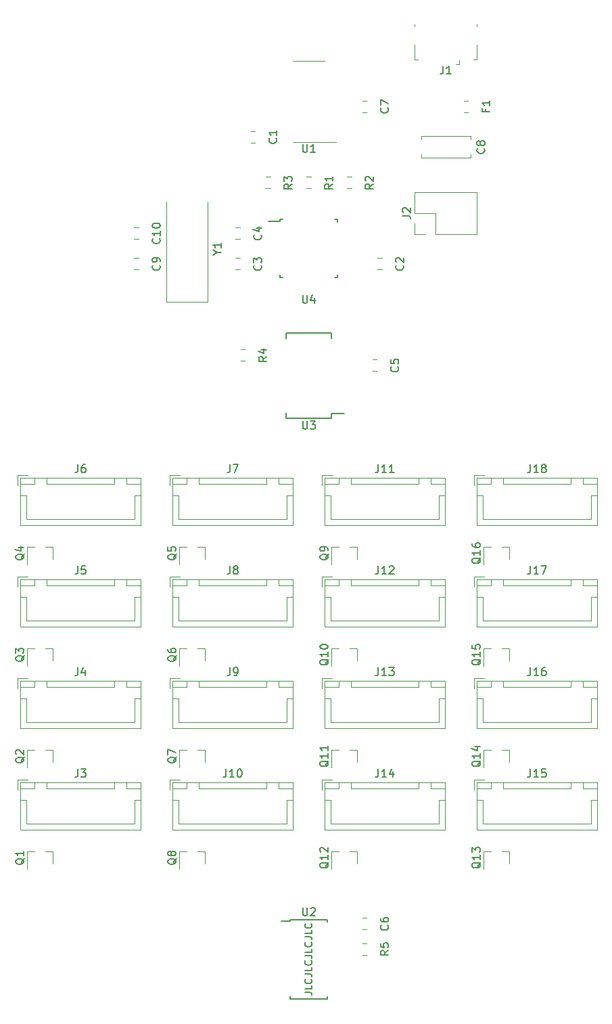
<source format=gbr>
G04 #@! TF.GenerationSoftware,KiCad,Pcbnew,(5.1.5-0-10_14)*
G04 #@! TF.CreationDate,2020-07-04T20:20:26+02:00*
G04 #@! TF.ProjectId,controller,636f6e74-726f-46c6-9c65-722e6b696361,rev?*
G04 #@! TF.SameCoordinates,Original*
G04 #@! TF.FileFunction,Legend,Top*
G04 #@! TF.FilePolarity,Positive*
%FSLAX46Y46*%
G04 Gerber Fmt 4.6, Leading zero omitted, Abs format (unit mm)*
G04 Created by KiCad (PCBNEW (5.1.5-0-10_14)) date 2020-07-04 20:20:26*
%MOMM*%
%LPD*%
G04 APERTURE LIST*
%ADD10C,0.150000*%
%ADD11C,0.120000*%
G04 APERTURE END LIST*
D10*
X129047142Y-171162142D02*
X129690000Y-171162142D01*
X129818571Y-171205000D01*
X129904285Y-171290714D01*
X129947142Y-171419285D01*
X129947142Y-171505000D01*
X129947142Y-170305000D02*
X129947142Y-170733571D01*
X129047142Y-170733571D01*
X129861428Y-169490714D02*
X129904285Y-169533571D01*
X129947142Y-169662142D01*
X129947142Y-169747857D01*
X129904285Y-169876428D01*
X129818571Y-169962142D01*
X129732857Y-170005000D01*
X129561428Y-170047857D01*
X129432857Y-170047857D01*
X129261428Y-170005000D01*
X129175714Y-169962142D01*
X129090000Y-169876428D01*
X129047142Y-169747857D01*
X129047142Y-169662142D01*
X129090000Y-169533571D01*
X129132857Y-169490714D01*
X129047142Y-168847857D02*
X129690000Y-168847857D01*
X129818571Y-168890714D01*
X129904285Y-168976428D01*
X129947142Y-169105000D01*
X129947142Y-169190714D01*
X129947142Y-167990714D02*
X129947142Y-168419285D01*
X129047142Y-168419285D01*
X129861428Y-167176428D02*
X129904285Y-167219285D01*
X129947142Y-167347857D01*
X129947142Y-167433571D01*
X129904285Y-167562142D01*
X129818571Y-167647857D01*
X129732857Y-167690714D01*
X129561428Y-167733571D01*
X129432857Y-167733571D01*
X129261428Y-167690714D01*
X129175714Y-167647857D01*
X129090000Y-167562142D01*
X129047142Y-167433571D01*
X129047142Y-167347857D01*
X129090000Y-167219285D01*
X129132857Y-167176428D01*
X129047142Y-166533571D02*
X129690000Y-166533571D01*
X129818571Y-166576428D01*
X129904285Y-166662142D01*
X129947142Y-166790714D01*
X129947142Y-166876428D01*
X129947142Y-165676428D02*
X129947142Y-166105000D01*
X129047142Y-166105000D01*
X129861428Y-164862142D02*
X129904285Y-164905000D01*
X129947142Y-165033571D01*
X129947142Y-165119285D01*
X129904285Y-165247857D01*
X129818571Y-165333571D01*
X129732857Y-165376428D01*
X129561428Y-165419285D01*
X129432857Y-165419285D01*
X129261428Y-165376428D01*
X129175714Y-165333571D01*
X129090000Y-165247857D01*
X129047142Y-165119285D01*
X129047142Y-165033571D01*
X129090000Y-164905000D01*
X129132857Y-164862142D01*
X129047142Y-164219285D02*
X129690000Y-164219285D01*
X129818571Y-164262142D01*
X129904285Y-164347857D01*
X129947142Y-164476428D01*
X129947142Y-164562142D01*
X129947142Y-163362142D02*
X129947142Y-163790714D01*
X129047142Y-163790714D01*
X129861428Y-162547857D02*
X129904285Y-162590714D01*
X129947142Y-162719285D01*
X129947142Y-162805000D01*
X129904285Y-162933571D01*
X129818571Y-163019285D01*
X129732857Y-163062142D01*
X129561428Y-163105000D01*
X129432857Y-163105000D01*
X129261428Y-163062142D01*
X129175714Y-163019285D01*
X129090000Y-162933571D01*
X129047142Y-162805000D01*
X129047142Y-162719285D01*
X129090000Y-162590714D01*
X129132857Y-162547857D01*
X125915000Y-74705000D02*
X124490000Y-74705000D01*
X133165000Y-74480000D02*
X132840000Y-74480000D01*
X133165000Y-81730000D02*
X132840000Y-81730000D01*
X125915000Y-81730000D02*
X126240000Y-81730000D01*
X125915000Y-74480000D02*
X126240000Y-74480000D01*
X125915000Y-81730000D02*
X125915000Y-81405000D01*
X133165000Y-81730000D02*
X133165000Y-81405000D01*
X133165000Y-74480000D02*
X133165000Y-74805000D01*
X125915000Y-74480000D02*
X125915000Y-74705000D01*
D11*
X134361422Y-70560000D02*
X134878578Y-70560000D01*
X134361422Y-69140000D02*
X134878578Y-69140000D01*
X129798578Y-69140000D02*
X129281422Y-69140000D01*
X129798578Y-70560000D02*
X129281422Y-70560000D01*
X148385000Y-55017500D02*
X148385000Y-54567500D01*
X148385000Y-55017500D02*
X147935000Y-55017500D01*
X142785000Y-54467500D02*
X143235000Y-54467500D01*
X142785000Y-52617500D02*
X142785000Y-54467500D01*
X150585000Y-50067500D02*
X150585000Y-50317500D01*
X142785000Y-50067500D02*
X142785000Y-50317500D01*
X150585000Y-52617500D02*
X150585000Y-54467500D01*
X150585000Y-54467500D02*
X150135000Y-54467500D01*
X136266422Y-166445000D02*
X136783578Y-166445000D01*
X136266422Y-165025000D02*
X136783578Y-165025000D01*
X136266422Y-163270000D02*
X136783578Y-163270000D01*
X136266422Y-161850000D02*
X136783578Y-161850000D01*
D10*
X127215000Y-162255000D02*
X126140000Y-162255000D01*
X127215000Y-171980000D02*
X131865000Y-171980000D01*
X127215000Y-162030000D02*
X131865000Y-162030000D01*
X127215000Y-171980000D02*
X127215000Y-171655000D01*
X131865000Y-171980000D02*
X131865000Y-171655000D01*
X131865000Y-162030000D02*
X131865000Y-162355000D01*
X127215000Y-162030000D02*
X127215000Y-162255000D01*
D11*
X154615000Y-115445000D02*
X154615000Y-116905000D01*
X151455000Y-115445000D02*
X151455000Y-117605000D01*
X151455000Y-115445000D02*
X152385000Y-115445000D01*
X154615000Y-115445000D02*
X153685000Y-115445000D01*
X154615000Y-128145000D02*
X154615000Y-129605000D01*
X151455000Y-128145000D02*
X151455000Y-130305000D01*
X151455000Y-128145000D02*
X152385000Y-128145000D01*
X154615000Y-128145000D02*
X153685000Y-128145000D01*
X154615000Y-140845000D02*
X154615000Y-142305000D01*
X151455000Y-140845000D02*
X151455000Y-143005000D01*
X151455000Y-140845000D02*
X152385000Y-140845000D01*
X154615000Y-140845000D02*
X153685000Y-140845000D01*
X154615000Y-153545000D02*
X154615000Y-155005000D01*
X151455000Y-153545000D02*
X151455000Y-155705000D01*
X151455000Y-153545000D02*
X152385000Y-153545000D01*
X154615000Y-153545000D02*
X153685000Y-153545000D01*
X135565000Y-153545000D02*
X135565000Y-155005000D01*
X132405000Y-153545000D02*
X132405000Y-155705000D01*
X132405000Y-153545000D02*
X133335000Y-153545000D01*
X135565000Y-153545000D02*
X134635000Y-153545000D01*
X135565000Y-140845000D02*
X135565000Y-142305000D01*
X132405000Y-140845000D02*
X132405000Y-143005000D01*
X132405000Y-140845000D02*
X133335000Y-140845000D01*
X135565000Y-140845000D02*
X134635000Y-140845000D01*
X135565000Y-128145000D02*
X135565000Y-129605000D01*
X132405000Y-128145000D02*
X132405000Y-130305000D01*
X132405000Y-128145000D02*
X133335000Y-128145000D01*
X135565000Y-128145000D02*
X134635000Y-128145000D01*
X135565000Y-115445000D02*
X135565000Y-116905000D01*
X132405000Y-115445000D02*
X132405000Y-117605000D01*
X132405000Y-115445000D02*
X133335000Y-115445000D01*
X135565000Y-115445000D02*
X134635000Y-115445000D01*
X116515000Y-153545000D02*
X116515000Y-155005000D01*
X113355000Y-153545000D02*
X113355000Y-155705000D01*
X113355000Y-153545000D02*
X114285000Y-153545000D01*
X116515000Y-153545000D02*
X115585000Y-153545000D01*
X116515000Y-140845000D02*
X116515000Y-142305000D01*
X113355000Y-140845000D02*
X113355000Y-143005000D01*
X113355000Y-140845000D02*
X114285000Y-140845000D01*
X116515000Y-140845000D02*
X115585000Y-140845000D01*
X116515000Y-128145000D02*
X116515000Y-129605000D01*
X113355000Y-128145000D02*
X113355000Y-130305000D01*
X113355000Y-128145000D02*
X114285000Y-128145000D01*
X116515000Y-128145000D02*
X115585000Y-128145000D01*
X116515000Y-115445000D02*
X116515000Y-116905000D01*
X113355000Y-115445000D02*
X113355000Y-117605000D01*
X113355000Y-115445000D02*
X114285000Y-115445000D01*
X116515000Y-115445000D02*
X115585000Y-115445000D01*
X97465000Y-115445000D02*
X97465000Y-116905000D01*
X94305000Y-115445000D02*
X94305000Y-117605000D01*
X94305000Y-115445000D02*
X95235000Y-115445000D01*
X97465000Y-115445000D02*
X96535000Y-115445000D01*
X97465000Y-128145000D02*
X97465000Y-129605000D01*
X94305000Y-128145000D02*
X94305000Y-130305000D01*
X94305000Y-128145000D02*
X95235000Y-128145000D01*
X97465000Y-128145000D02*
X96535000Y-128145000D01*
X97465000Y-140845000D02*
X97465000Y-142305000D01*
X94305000Y-140845000D02*
X94305000Y-143005000D01*
X94305000Y-140845000D02*
X95235000Y-140845000D01*
X97465000Y-140845000D02*
X96535000Y-140845000D01*
X150265000Y-106470000D02*
X150265000Y-107720000D01*
X151515000Y-106470000D02*
X150265000Y-106470000D01*
X164915000Y-111970000D02*
X158115000Y-111970000D01*
X164915000Y-109020000D02*
X164915000Y-111970000D01*
X165665000Y-109020000D02*
X164915000Y-109020000D01*
X151315000Y-111970000D02*
X158115000Y-111970000D01*
X151315000Y-109020000D02*
X151315000Y-111970000D01*
X150565000Y-109020000D02*
X151315000Y-109020000D01*
X165665000Y-106770000D02*
X163865000Y-106770000D01*
X165665000Y-107520000D02*
X165665000Y-106770000D01*
X163865000Y-107520000D02*
X165665000Y-107520000D01*
X163865000Y-106770000D02*
X163865000Y-107520000D01*
X152365000Y-106770000D02*
X150565000Y-106770000D01*
X152365000Y-107520000D02*
X152365000Y-106770000D01*
X150565000Y-107520000D02*
X152365000Y-107520000D01*
X150565000Y-106770000D02*
X150565000Y-107520000D01*
X162365000Y-106770000D02*
X153865000Y-106770000D01*
X162365000Y-107520000D02*
X162365000Y-106770000D01*
X153865000Y-107520000D02*
X162365000Y-107520000D01*
X153865000Y-106770000D02*
X153865000Y-107520000D01*
X165675000Y-106760000D02*
X150555000Y-106760000D01*
X165675000Y-112730000D02*
X165675000Y-106760000D01*
X150555000Y-112730000D02*
X165675000Y-112730000D01*
X150555000Y-106760000D02*
X150555000Y-112730000D01*
X150265000Y-119170000D02*
X150265000Y-120420000D01*
X151515000Y-119170000D02*
X150265000Y-119170000D01*
X164915000Y-124670000D02*
X158115000Y-124670000D01*
X164915000Y-121720000D02*
X164915000Y-124670000D01*
X165665000Y-121720000D02*
X164915000Y-121720000D01*
X151315000Y-124670000D02*
X158115000Y-124670000D01*
X151315000Y-121720000D02*
X151315000Y-124670000D01*
X150565000Y-121720000D02*
X151315000Y-121720000D01*
X165665000Y-119470000D02*
X163865000Y-119470000D01*
X165665000Y-120220000D02*
X165665000Y-119470000D01*
X163865000Y-120220000D02*
X165665000Y-120220000D01*
X163865000Y-119470000D02*
X163865000Y-120220000D01*
X152365000Y-119470000D02*
X150565000Y-119470000D01*
X152365000Y-120220000D02*
X152365000Y-119470000D01*
X150565000Y-120220000D02*
X152365000Y-120220000D01*
X150565000Y-119470000D02*
X150565000Y-120220000D01*
X162365000Y-119470000D02*
X153865000Y-119470000D01*
X162365000Y-120220000D02*
X162365000Y-119470000D01*
X153865000Y-120220000D02*
X162365000Y-120220000D01*
X153865000Y-119470000D02*
X153865000Y-120220000D01*
X165675000Y-119460000D02*
X150555000Y-119460000D01*
X165675000Y-125430000D02*
X165675000Y-119460000D01*
X150555000Y-125430000D02*
X165675000Y-125430000D01*
X150555000Y-119460000D02*
X150555000Y-125430000D01*
X150265000Y-131870000D02*
X150265000Y-133120000D01*
X151515000Y-131870000D02*
X150265000Y-131870000D01*
X164915000Y-137370000D02*
X158115000Y-137370000D01*
X164915000Y-134420000D02*
X164915000Y-137370000D01*
X165665000Y-134420000D02*
X164915000Y-134420000D01*
X151315000Y-137370000D02*
X158115000Y-137370000D01*
X151315000Y-134420000D02*
X151315000Y-137370000D01*
X150565000Y-134420000D02*
X151315000Y-134420000D01*
X165665000Y-132170000D02*
X163865000Y-132170000D01*
X165665000Y-132920000D02*
X165665000Y-132170000D01*
X163865000Y-132920000D02*
X165665000Y-132920000D01*
X163865000Y-132170000D02*
X163865000Y-132920000D01*
X152365000Y-132170000D02*
X150565000Y-132170000D01*
X152365000Y-132920000D02*
X152365000Y-132170000D01*
X150565000Y-132920000D02*
X152365000Y-132920000D01*
X150565000Y-132170000D02*
X150565000Y-132920000D01*
X162365000Y-132170000D02*
X153865000Y-132170000D01*
X162365000Y-132920000D02*
X162365000Y-132170000D01*
X153865000Y-132920000D02*
X162365000Y-132920000D01*
X153865000Y-132170000D02*
X153865000Y-132920000D01*
X165675000Y-132160000D02*
X150555000Y-132160000D01*
X165675000Y-138130000D02*
X165675000Y-132160000D01*
X150555000Y-138130000D02*
X165675000Y-138130000D01*
X150555000Y-132160000D02*
X150555000Y-138130000D01*
X150265000Y-144570000D02*
X150265000Y-145820000D01*
X151515000Y-144570000D02*
X150265000Y-144570000D01*
X164915000Y-150070000D02*
X158115000Y-150070000D01*
X164915000Y-147120000D02*
X164915000Y-150070000D01*
X165665000Y-147120000D02*
X164915000Y-147120000D01*
X151315000Y-150070000D02*
X158115000Y-150070000D01*
X151315000Y-147120000D02*
X151315000Y-150070000D01*
X150565000Y-147120000D02*
X151315000Y-147120000D01*
X165665000Y-144870000D02*
X163865000Y-144870000D01*
X165665000Y-145620000D02*
X165665000Y-144870000D01*
X163865000Y-145620000D02*
X165665000Y-145620000D01*
X163865000Y-144870000D02*
X163865000Y-145620000D01*
X152365000Y-144870000D02*
X150565000Y-144870000D01*
X152365000Y-145620000D02*
X152365000Y-144870000D01*
X150565000Y-145620000D02*
X152365000Y-145620000D01*
X150565000Y-144870000D02*
X150565000Y-145620000D01*
X162365000Y-144870000D02*
X153865000Y-144870000D01*
X162365000Y-145620000D02*
X162365000Y-144870000D01*
X153865000Y-145620000D02*
X162365000Y-145620000D01*
X153865000Y-144870000D02*
X153865000Y-145620000D01*
X165675000Y-144860000D02*
X150555000Y-144860000D01*
X165675000Y-150830000D02*
X165675000Y-144860000D01*
X150555000Y-150830000D02*
X165675000Y-150830000D01*
X150555000Y-144860000D02*
X150555000Y-150830000D01*
X131215000Y-144570000D02*
X131215000Y-145820000D01*
X132465000Y-144570000D02*
X131215000Y-144570000D01*
X145865000Y-150070000D02*
X139065000Y-150070000D01*
X145865000Y-147120000D02*
X145865000Y-150070000D01*
X146615000Y-147120000D02*
X145865000Y-147120000D01*
X132265000Y-150070000D02*
X139065000Y-150070000D01*
X132265000Y-147120000D02*
X132265000Y-150070000D01*
X131515000Y-147120000D02*
X132265000Y-147120000D01*
X146615000Y-144870000D02*
X144815000Y-144870000D01*
X146615000Y-145620000D02*
X146615000Y-144870000D01*
X144815000Y-145620000D02*
X146615000Y-145620000D01*
X144815000Y-144870000D02*
X144815000Y-145620000D01*
X133315000Y-144870000D02*
X131515000Y-144870000D01*
X133315000Y-145620000D02*
X133315000Y-144870000D01*
X131515000Y-145620000D02*
X133315000Y-145620000D01*
X131515000Y-144870000D02*
X131515000Y-145620000D01*
X143315000Y-144870000D02*
X134815000Y-144870000D01*
X143315000Y-145620000D02*
X143315000Y-144870000D01*
X134815000Y-145620000D02*
X143315000Y-145620000D01*
X134815000Y-144870000D02*
X134815000Y-145620000D01*
X146625000Y-144860000D02*
X131505000Y-144860000D01*
X146625000Y-150830000D02*
X146625000Y-144860000D01*
X131505000Y-150830000D02*
X146625000Y-150830000D01*
X131505000Y-144860000D02*
X131505000Y-150830000D01*
X131215000Y-131870000D02*
X131215000Y-133120000D01*
X132465000Y-131870000D02*
X131215000Y-131870000D01*
X145865000Y-137370000D02*
X139065000Y-137370000D01*
X145865000Y-134420000D02*
X145865000Y-137370000D01*
X146615000Y-134420000D02*
X145865000Y-134420000D01*
X132265000Y-137370000D02*
X139065000Y-137370000D01*
X132265000Y-134420000D02*
X132265000Y-137370000D01*
X131515000Y-134420000D02*
X132265000Y-134420000D01*
X146615000Y-132170000D02*
X144815000Y-132170000D01*
X146615000Y-132920000D02*
X146615000Y-132170000D01*
X144815000Y-132920000D02*
X146615000Y-132920000D01*
X144815000Y-132170000D02*
X144815000Y-132920000D01*
X133315000Y-132170000D02*
X131515000Y-132170000D01*
X133315000Y-132920000D02*
X133315000Y-132170000D01*
X131515000Y-132920000D02*
X133315000Y-132920000D01*
X131515000Y-132170000D02*
X131515000Y-132920000D01*
X143315000Y-132170000D02*
X134815000Y-132170000D01*
X143315000Y-132920000D02*
X143315000Y-132170000D01*
X134815000Y-132920000D02*
X143315000Y-132920000D01*
X134815000Y-132170000D02*
X134815000Y-132920000D01*
X146625000Y-132160000D02*
X131505000Y-132160000D01*
X146625000Y-138130000D02*
X146625000Y-132160000D01*
X131505000Y-138130000D02*
X146625000Y-138130000D01*
X131505000Y-132160000D02*
X131505000Y-138130000D01*
X131215000Y-119170000D02*
X131215000Y-120420000D01*
X132465000Y-119170000D02*
X131215000Y-119170000D01*
X145865000Y-124670000D02*
X139065000Y-124670000D01*
X145865000Y-121720000D02*
X145865000Y-124670000D01*
X146615000Y-121720000D02*
X145865000Y-121720000D01*
X132265000Y-124670000D02*
X139065000Y-124670000D01*
X132265000Y-121720000D02*
X132265000Y-124670000D01*
X131515000Y-121720000D02*
X132265000Y-121720000D01*
X146615000Y-119470000D02*
X144815000Y-119470000D01*
X146615000Y-120220000D02*
X146615000Y-119470000D01*
X144815000Y-120220000D02*
X146615000Y-120220000D01*
X144815000Y-119470000D02*
X144815000Y-120220000D01*
X133315000Y-119470000D02*
X131515000Y-119470000D01*
X133315000Y-120220000D02*
X133315000Y-119470000D01*
X131515000Y-120220000D02*
X133315000Y-120220000D01*
X131515000Y-119470000D02*
X131515000Y-120220000D01*
X143315000Y-119470000D02*
X134815000Y-119470000D01*
X143315000Y-120220000D02*
X143315000Y-119470000D01*
X134815000Y-120220000D02*
X143315000Y-120220000D01*
X134815000Y-119470000D02*
X134815000Y-120220000D01*
X146625000Y-119460000D02*
X131505000Y-119460000D01*
X146625000Y-125430000D02*
X146625000Y-119460000D01*
X131505000Y-125430000D02*
X146625000Y-125430000D01*
X131505000Y-119460000D02*
X131505000Y-125430000D01*
X131215000Y-106470000D02*
X131215000Y-107720000D01*
X132465000Y-106470000D02*
X131215000Y-106470000D01*
X145865000Y-111970000D02*
X139065000Y-111970000D01*
X145865000Y-109020000D02*
X145865000Y-111970000D01*
X146615000Y-109020000D02*
X145865000Y-109020000D01*
X132265000Y-111970000D02*
X139065000Y-111970000D01*
X132265000Y-109020000D02*
X132265000Y-111970000D01*
X131515000Y-109020000D02*
X132265000Y-109020000D01*
X146615000Y-106770000D02*
X144815000Y-106770000D01*
X146615000Y-107520000D02*
X146615000Y-106770000D01*
X144815000Y-107520000D02*
X146615000Y-107520000D01*
X144815000Y-106770000D02*
X144815000Y-107520000D01*
X133315000Y-106770000D02*
X131515000Y-106770000D01*
X133315000Y-107520000D02*
X133315000Y-106770000D01*
X131515000Y-107520000D02*
X133315000Y-107520000D01*
X131515000Y-106770000D02*
X131515000Y-107520000D01*
X143315000Y-106770000D02*
X134815000Y-106770000D01*
X143315000Y-107520000D02*
X143315000Y-106770000D01*
X134815000Y-107520000D02*
X143315000Y-107520000D01*
X134815000Y-106770000D02*
X134815000Y-107520000D01*
X146625000Y-106760000D02*
X131505000Y-106760000D01*
X146625000Y-112730000D02*
X146625000Y-106760000D01*
X131505000Y-112730000D02*
X146625000Y-112730000D01*
X131505000Y-106760000D02*
X131505000Y-112730000D01*
X112165000Y-144570000D02*
X112165000Y-145820000D01*
X113415000Y-144570000D02*
X112165000Y-144570000D01*
X126815000Y-150070000D02*
X120015000Y-150070000D01*
X126815000Y-147120000D02*
X126815000Y-150070000D01*
X127565000Y-147120000D02*
X126815000Y-147120000D01*
X113215000Y-150070000D02*
X120015000Y-150070000D01*
X113215000Y-147120000D02*
X113215000Y-150070000D01*
X112465000Y-147120000D02*
X113215000Y-147120000D01*
X127565000Y-144870000D02*
X125765000Y-144870000D01*
X127565000Y-145620000D02*
X127565000Y-144870000D01*
X125765000Y-145620000D02*
X127565000Y-145620000D01*
X125765000Y-144870000D02*
X125765000Y-145620000D01*
X114265000Y-144870000D02*
X112465000Y-144870000D01*
X114265000Y-145620000D02*
X114265000Y-144870000D01*
X112465000Y-145620000D02*
X114265000Y-145620000D01*
X112465000Y-144870000D02*
X112465000Y-145620000D01*
X124265000Y-144870000D02*
X115765000Y-144870000D01*
X124265000Y-145620000D02*
X124265000Y-144870000D01*
X115765000Y-145620000D02*
X124265000Y-145620000D01*
X115765000Y-144870000D02*
X115765000Y-145620000D01*
X127575000Y-144860000D02*
X112455000Y-144860000D01*
X127575000Y-150830000D02*
X127575000Y-144860000D01*
X112455000Y-150830000D02*
X127575000Y-150830000D01*
X112455000Y-144860000D02*
X112455000Y-150830000D01*
X112165000Y-131870000D02*
X112165000Y-133120000D01*
X113415000Y-131870000D02*
X112165000Y-131870000D01*
X126815000Y-137370000D02*
X120015000Y-137370000D01*
X126815000Y-134420000D02*
X126815000Y-137370000D01*
X127565000Y-134420000D02*
X126815000Y-134420000D01*
X113215000Y-137370000D02*
X120015000Y-137370000D01*
X113215000Y-134420000D02*
X113215000Y-137370000D01*
X112465000Y-134420000D02*
X113215000Y-134420000D01*
X127565000Y-132170000D02*
X125765000Y-132170000D01*
X127565000Y-132920000D02*
X127565000Y-132170000D01*
X125765000Y-132920000D02*
X127565000Y-132920000D01*
X125765000Y-132170000D02*
X125765000Y-132920000D01*
X114265000Y-132170000D02*
X112465000Y-132170000D01*
X114265000Y-132920000D02*
X114265000Y-132170000D01*
X112465000Y-132920000D02*
X114265000Y-132920000D01*
X112465000Y-132170000D02*
X112465000Y-132920000D01*
X124265000Y-132170000D02*
X115765000Y-132170000D01*
X124265000Y-132920000D02*
X124265000Y-132170000D01*
X115765000Y-132920000D02*
X124265000Y-132920000D01*
X115765000Y-132170000D02*
X115765000Y-132920000D01*
X127575000Y-132160000D02*
X112455000Y-132160000D01*
X127575000Y-138130000D02*
X127575000Y-132160000D01*
X112455000Y-138130000D02*
X127575000Y-138130000D01*
X112455000Y-132160000D02*
X112455000Y-138130000D01*
X112165000Y-119170000D02*
X112165000Y-120420000D01*
X113415000Y-119170000D02*
X112165000Y-119170000D01*
X126815000Y-124670000D02*
X120015000Y-124670000D01*
X126815000Y-121720000D02*
X126815000Y-124670000D01*
X127565000Y-121720000D02*
X126815000Y-121720000D01*
X113215000Y-124670000D02*
X120015000Y-124670000D01*
X113215000Y-121720000D02*
X113215000Y-124670000D01*
X112465000Y-121720000D02*
X113215000Y-121720000D01*
X127565000Y-119470000D02*
X125765000Y-119470000D01*
X127565000Y-120220000D02*
X127565000Y-119470000D01*
X125765000Y-120220000D02*
X127565000Y-120220000D01*
X125765000Y-119470000D02*
X125765000Y-120220000D01*
X114265000Y-119470000D02*
X112465000Y-119470000D01*
X114265000Y-120220000D02*
X114265000Y-119470000D01*
X112465000Y-120220000D02*
X114265000Y-120220000D01*
X112465000Y-119470000D02*
X112465000Y-120220000D01*
X124265000Y-119470000D02*
X115765000Y-119470000D01*
X124265000Y-120220000D02*
X124265000Y-119470000D01*
X115765000Y-120220000D02*
X124265000Y-120220000D01*
X115765000Y-119470000D02*
X115765000Y-120220000D01*
X127575000Y-119460000D02*
X112455000Y-119460000D01*
X127575000Y-125430000D02*
X127575000Y-119460000D01*
X112455000Y-125430000D02*
X127575000Y-125430000D01*
X112455000Y-119460000D02*
X112455000Y-125430000D01*
X112165000Y-106470000D02*
X112165000Y-107720000D01*
X113415000Y-106470000D02*
X112165000Y-106470000D01*
X126815000Y-111970000D02*
X120015000Y-111970000D01*
X126815000Y-109020000D02*
X126815000Y-111970000D01*
X127565000Y-109020000D02*
X126815000Y-109020000D01*
X113215000Y-111970000D02*
X120015000Y-111970000D01*
X113215000Y-109020000D02*
X113215000Y-111970000D01*
X112465000Y-109020000D02*
X113215000Y-109020000D01*
X127565000Y-106770000D02*
X125765000Y-106770000D01*
X127565000Y-107520000D02*
X127565000Y-106770000D01*
X125765000Y-107520000D02*
X127565000Y-107520000D01*
X125765000Y-106770000D02*
X125765000Y-107520000D01*
X114265000Y-106770000D02*
X112465000Y-106770000D01*
X114265000Y-107520000D02*
X114265000Y-106770000D01*
X112465000Y-107520000D02*
X114265000Y-107520000D01*
X112465000Y-106770000D02*
X112465000Y-107520000D01*
X124265000Y-106770000D02*
X115765000Y-106770000D01*
X124265000Y-107520000D02*
X124265000Y-106770000D01*
X115765000Y-107520000D02*
X124265000Y-107520000D01*
X115765000Y-106770000D02*
X115765000Y-107520000D01*
X127575000Y-106760000D02*
X112455000Y-106760000D01*
X127575000Y-112730000D02*
X127575000Y-106760000D01*
X112455000Y-112730000D02*
X127575000Y-112730000D01*
X112455000Y-106760000D02*
X112455000Y-112730000D01*
X93115000Y-106470000D02*
X93115000Y-107720000D01*
X94365000Y-106470000D02*
X93115000Y-106470000D01*
X107765000Y-111970000D02*
X100965000Y-111970000D01*
X107765000Y-109020000D02*
X107765000Y-111970000D01*
X108515000Y-109020000D02*
X107765000Y-109020000D01*
X94165000Y-111970000D02*
X100965000Y-111970000D01*
X94165000Y-109020000D02*
X94165000Y-111970000D01*
X93415000Y-109020000D02*
X94165000Y-109020000D01*
X108515000Y-106770000D02*
X106715000Y-106770000D01*
X108515000Y-107520000D02*
X108515000Y-106770000D01*
X106715000Y-107520000D02*
X108515000Y-107520000D01*
X106715000Y-106770000D02*
X106715000Y-107520000D01*
X95215000Y-106770000D02*
X93415000Y-106770000D01*
X95215000Y-107520000D02*
X95215000Y-106770000D01*
X93415000Y-107520000D02*
X95215000Y-107520000D01*
X93415000Y-106770000D02*
X93415000Y-107520000D01*
X105215000Y-106770000D02*
X96715000Y-106770000D01*
X105215000Y-107520000D02*
X105215000Y-106770000D01*
X96715000Y-107520000D02*
X105215000Y-107520000D01*
X96715000Y-106770000D02*
X96715000Y-107520000D01*
X108525000Y-106760000D02*
X93405000Y-106760000D01*
X108525000Y-112730000D02*
X108525000Y-106760000D01*
X93405000Y-112730000D02*
X108525000Y-112730000D01*
X93405000Y-106760000D02*
X93405000Y-112730000D01*
X93115000Y-119170000D02*
X93115000Y-120420000D01*
X94365000Y-119170000D02*
X93115000Y-119170000D01*
X107765000Y-124670000D02*
X100965000Y-124670000D01*
X107765000Y-121720000D02*
X107765000Y-124670000D01*
X108515000Y-121720000D02*
X107765000Y-121720000D01*
X94165000Y-124670000D02*
X100965000Y-124670000D01*
X94165000Y-121720000D02*
X94165000Y-124670000D01*
X93415000Y-121720000D02*
X94165000Y-121720000D01*
X108515000Y-119470000D02*
X106715000Y-119470000D01*
X108515000Y-120220000D02*
X108515000Y-119470000D01*
X106715000Y-120220000D02*
X108515000Y-120220000D01*
X106715000Y-119470000D02*
X106715000Y-120220000D01*
X95215000Y-119470000D02*
X93415000Y-119470000D01*
X95215000Y-120220000D02*
X95215000Y-119470000D01*
X93415000Y-120220000D02*
X95215000Y-120220000D01*
X93415000Y-119470000D02*
X93415000Y-120220000D01*
X105215000Y-119470000D02*
X96715000Y-119470000D01*
X105215000Y-120220000D02*
X105215000Y-119470000D01*
X96715000Y-120220000D02*
X105215000Y-120220000D01*
X96715000Y-119470000D02*
X96715000Y-120220000D01*
X108525000Y-119460000D02*
X93405000Y-119460000D01*
X108525000Y-125430000D02*
X108525000Y-119460000D01*
X93405000Y-125430000D02*
X108525000Y-125430000D01*
X93405000Y-119460000D02*
X93405000Y-125430000D01*
X93115000Y-131870000D02*
X93115000Y-133120000D01*
X94365000Y-131870000D02*
X93115000Y-131870000D01*
X107765000Y-137370000D02*
X100965000Y-137370000D01*
X107765000Y-134420000D02*
X107765000Y-137370000D01*
X108515000Y-134420000D02*
X107765000Y-134420000D01*
X94165000Y-137370000D02*
X100965000Y-137370000D01*
X94165000Y-134420000D02*
X94165000Y-137370000D01*
X93415000Y-134420000D02*
X94165000Y-134420000D01*
X108515000Y-132170000D02*
X106715000Y-132170000D01*
X108515000Y-132920000D02*
X108515000Y-132170000D01*
X106715000Y-132920000D02*
X108515000Y-132920000D01*
X106715000Y-132170000D02*
X106715000Y-132920000D01*
X95215000Y-132170000D02*
X93415000Y-132170000D01*
X95215000Y-132920000D02*
X95215000Y-132170000D01*
X93415000Y-132920000D02*
X95215000Y-132920000D01*
X93415000Y-132170000D02*
X93415000Y-132920000D01*
X105215000Y-132170000D02*
X96715000Y-132170000D01*
X105215000Y-132920000D02*
X105215000Y-132170000D01*
X96715000Y-132920000D02*
X105215000Y-132920000D01*
X96715000Y-132170000D02*
X96715000Y-132920000D01*
X108525000Y-132160000D02*
X93405000Y-132160000D01*
X108525000Y-138130000D02*
X108525000Y-132160000D01*
X93405000Y-138130000D02*
X108525000Y-138130000D01*
X93405000Y-132160000D02*
X93405000Y-138130000D01*
X93115000Y-144570000D02*
X93115000Y-145820000D01*
X94365000Y-144570000D02*
X93115000Y-144570000D01*
X107765000Y-150070000D02*
X100965000Y-150070000D01*
X107765000Y-147120000D02*
X107765000Y-150070000D01*
X108515000Y-147120000D02*
X107765000Y-147120000D01*
X94165000Y-150070000D02*
X100965000Y-150070000D01*
X94165000Y-147120000D02*
X94165000Y-150070000D01*
X93415000Y-147120000D02*
X94165000Y-147120000D01*
X108515000Y-144870000D02*
X106715000Y-144870000D01*
X108515000Y-145620000D02*
X108515000Y-144870000D01*
X106715000Y-145620000D02*
X108515000Y-145620000D01*
X106715000Y-144870000D02*
X106715000Y-145620000D01*
X95215000Y-144870000D02*
X93415000Y-144870000D01*
X95215000Y-145620000D02*
X95215000Y-144870000D01*
X93415000Y-145620000D02*
X95215000Y-145620000D01*
X93415000Y-144870000D02*
X93415000Y-145620000D01*
X105215000Y-144870000D02*
X96715000Y-144870000D01*
X105215000Y-145620000D02*
X105215000Y-144870000D01*
X96715000Y-145620000D02*
X105215000Y-145620000D01*
X96715000Y-144870000D02*
X96715000Y-145620000D01*
X108525000Y-144860000D02*
X93405000Y-144860000D01*
X108525000Y-150830000D02*
X108525000Y-144860000D01*
X93405000Y-150830000D02*
X108525000Y-150830000D01*
X93405000Y-144860000D02*
X93405000Y-150830000D01*
X108208578Y-79300000D02*
X107691422Y-79300000D01*
X108208578Y-80720000D02*
X107691422Y-80720000D01*
X108208578Y-75490000D02*
X107691422Y-75490000D01*
X108208578Y-76910000D02*
X107691422Y-76910000D01*
X116850000Y-84805000D02*
X116850000Y-72205000D01*
X111750000Y-84805000D02*
X116850000Y-84805000D01*
X111750000Y-72205000D02*
X111750000Y-84805000D01*
D10*
X132415000Y-98730000D02*
X134015000Y-98730000D01*
X132415000Y-88655000D02*
X126665000Y-88655000D01*
X132415000Y-99305000D02*
X126665000Y-99305000D01*
X132415000Y-88655000D02*
X132415000Y-89305000D01*
X126665000Y-88655000D02*
X126665000Y-89305000D01*
X126665000Y-99305000D02*
X126665000Y-98655000D01*
X132415000Y-99305000D02*
X132415000Y-98730000D01*
D11*
X129540000Y-64750000D02*
X132990000Y-64750000D01*
X129540000Y-64750000D02*
X127590000Y-64750000D01*
X129540000Y-54630000D02*
X131490000Y-54630000D01*
X129540000Y-54630000D02*
X127590000Y-54630000D01*
X121026422Y-92150000D02*
X121543578Y-92150000D01*
X121026422Y-90730000D02*
X121543578Y-90730000D01*
X124718578Y-69140000D02*
X124201422Y-69140000D01*
X124718578Y-70560000D02*
X124201422Y-70560000D01*
X97465000Y-153545000D02*
X97465000Y-155005000D01*
X94305000Y-153545000D02*
X94305000Y-155705000D01*
X94305000Y-153545000D02*
X95235000Y-153545000D01*
X97465000Y-153545000D02*
X96535000Y-153545000D01*
X142815000Y-76260000D02*
X142815000Y-74930000D01*
X144145000Y-76260000D02*
X142815000Y-76260000D01*
X142815000Y-73660000D02*
X142815000Y-71060000D01*
X145415000Y-73660000D02*
X142815000Y-73660000D01*
X145415000Y-76260000D02*
X145415000Y-73660000D01*
X142815000Y-71060000D02*
X150555000Y-71060000D01*
X145415000Y-76260000D02*
X150555000Y-76260000D01*
X150555000Y-76260000D02*
X150555000Y-71060000D01*
X148966422Y-61035000D02*
X149483578Y-61035000D01*
X148966422Y-59615000D02*
X149483578Y-59615000D01*
X143605000Y-64480000D02*
X143605000Y-64035000D01*
X143605000Y-66775000D02*
X143605000Y-66330000D01*
X149845000Y-64480000D02*
X149845000Y-64035000D01*
X149845000Y-66775000D02*
X149845000Y-66330000D01*
X149845000Y-64035000D02*
X143605000Y-64035000D01*
X149845000Y-66775000D02*
X143605000Y-66775000D01*
X136783578Y-59615000D02*
X136266422Y-59615000D01*
X136783578Y-61035000D02*
X136266422Y-61035000D01*
X137536422Y-93420000D02*
X138053578Y-93420000D01*
X137536422Y-92000000D02*
X138053578Y-92000000D01*
X120908578Y-75490000D02*
X120391422Y-75490000D01*
X120908578Y-76910000D02*
X120391422Y-76910000D01*
X120908578Y-79300000D02*
X120391422Y-79300000D01*
X120908578Y-80720000D02*
X120391422Y-80720000D01*
X138171422Y-80720000D02*
X138688578Y-80720000D01*
X138171422Y-79300000D02*
X138688578Y-79300000D01*
X122813578Y-63425000D02*
X122296422Y-63425000D01*
X122813578Y-64845000D02*
X122296422Y-64845000D01*
D10*
X128778095Y-83907380D02*
X128778095Y-84716904D01*
X128825714Y-84812142D01*
X128873333Y-84859761D01*
X128968571Y-84907380D01*
X129159047Y-84907380D01*
X129254285Y-84859761D01*
X129301904Y-84812142D01*
X129349523Y-84716904D01*
X129349523Y-83907380D01*
X130254285Y-84240714D02*
X130254285Y-84907380D01*
X130016190Y-83859761D02*
X129778095Y-84574047D01*
X130397142Y-84574047D01*
X137612380Y-70016666D02*
X137136190Y-70350000D01*
X137612380Y-70588095D02*
X136612380Y-70588095D01*
X136612380Y-70207142D01*
X136660000Y-70111904D01*
X136707619Y-70064285D01*
X136802857Y-70016666D01*
X136945714Y-70016666D01*
X137040952Y-70064285D01*
X137088571Y-70111904D01*
X137136190Y-70207142D01*
X137136190Y-70588095D01*
X136707619Y-69635714D02*
X136660000Y-69588095D01*
X136612380Y-69492857D01*
X136612380Y-69254761D01*
X136660000Y-69159523D01*
X136707619Y-69111904D01*
X136802857Y-69064285D01*
X136898095Y-69064285D01*
X137040952Y-69111904D01*
X137612380Y-69683333D01*
X137612380Y-69064285D01*
X132532380Y-70016666D02*
X132056190Y-70350000D01*
X132532380Y-70588095D02*
X131532380Y-70588095D01*
X131532380Y-70207142D01*
X131580000Y-70111904D01*
X131627619Y-70064285D01*
X131722857Y-70016666D01*
X131865714Y-70016666D01*
X131960952Y-70064285D01*
X132008571Y-70111904D01*
X132056190Y-70207142D01*
X132056190Y-70588095D01*
X132532380Y-69064285D02*
X132532380Y-69635714D01*
X132532380Y-69350000D02*
X131532380Y-69350000D01*
X131675238Y-69445238D01*
X131770476Y-69540476D01*
X131818095Y-69635714D01*
X146351666Y-55269880D02*
X146351666Y-55984166D01*
X146304047Y-56127023D01*
X146208809Y-56222261D01*
X146065952Y-56269880D01*
X145970714Y-56269880D01*
X147351666Y-56269880D02*
X146780238Y-56269880D01*
X147065952Y-56269880D02*
X147065952Y-55269880D01*
X146970714Y-55412738D01*
X146875476Y-55507976D01*
X146780238Y-55555595D01*
X139517380Y-165901666D02*
X139041190Y-166235000D01*
X139517380Y-166473095D02*
X138517380Y-166473095D01*
X138517380Y-166092142D01*
X138565000Y-165996904D01*
X138612619Y-165949285D01*
X138707857Y-165901666D01*
X138850714Y-165901666D01*
X138945952Y-165949285D01*
X138993571Y-165996904D01*
X139041190Y-166092142D01*
X139041190Y-166473095D01*
X138517380Y-164996904D02*
X138517380Y-165473095D01*
X138993571Y-165520714D01*
X138945952Y-165473095D01*
X138898333Y-165377857D01*
X138898333Y-165139761D01*
X138945952Y-165044523D01*
X138993571Y-164996904D01*
X139088809Y-164949285D01*
X139326904Y-164949285D01*
X139422142Y-164996904D01*
X139469761Y-165044523D01*
X139517380Y-165139761D01*
X139517380Y-165377857D01*
X139469761Y-165473095D01*
X139422142Y-165520714D01*
X139422142Y-162726666D02*
X139469761Y-162774285D01*
X139517380Y-162917142D01*
X139517380Y-163012380D01*
X139469761Y-163155238D01*
X139374523Y-163250476D01*
X139279285Y-163298095D01*
X139088809Y-163345714D01*
X138945952Y-163345714D01*
X138755476Y-163298095D01*
X138660238Y-163250476D01*
X138565000Y-163155238D01*
X138517380Y-163012380D01*
X138517380Y-162917142D01*
X138565000Y-162774285D01*
X138612619Y-162726666D01*
X138517380Y-161869523D02*
X138517380Y-162060000D01*
X138565000Y-162155238D01*
X138612619Y-162202857D01*
X138755476Y-162298095D01*
X138945952Y-162345714D01*
X139326904Y-162345714D01*
X139422142Y-162298095D01*
X139469761Y-162250476D01*
X139517380Y-162155238D01*
X139517380Y-161964761D01*
X139469761Y-161869523D01*
X139422142Y-161821904D01*
X139326904Y-161774285D01*
X139088809Y-161774285D01*
X138993571Y-161821904D01*
X138945952Y-161869523D01*
X138898333Y-161964761D01*
X138898333Y-162155238D01*
X138945952Y-162250476D01*
X138993571Y-162298095D01*
X139088809Y-162345714D01*
X128778095Y-160557380D02*
X128778095Y-161366904D01*
X128825714Y-161462142D01*
X128873333Y-161509761D01*
X128968571Y-161557380D01*
X129159047Y-161557380D01*
X129254285Y-161509761D01*
X129301904Y-161462142D01*
X129349523Y-161366904D01*
X129349523Y-160557380D01*
X129778095Y-160652619D02*
X129825714Y-160605000D01*
X129920952Y-160557380D01*
X130159047Y-160557380D01*
X130254285Y-160605000D01*
X130301904Y-160652619D01*
X130349523Y-160747857D01*
X130349523Y-160843095D01*
X130301904Y-160985952D01*
X129730476Y-161557380D01*
X130349523Y-161557380D01*
X151082619Y-116776428D02*
X151035000Y-116871666D01*
X150939761Y-116966904D01*
X150796904Y-117109761D01*
X150749285Y-117205000D01*
X150749285Y-117300238D01*
X150987380Y-117252619D02*
X150939761Y-117347857D01*
X150844523Y-117443095D01*
X150654047Y-117490714D01*
X150320714Y-117490714D01*
X150130238Y-117443095D01*
X150035000Y-117347857D01*
X149987380Y-117252619D01*
X149987380Y-117062142D01*
X150035000Y-116966904D01*
X150130238Y-116871666D01*
X150320714Y-116824047D01*
X150654047Y-116824047D01*
X150844523Y-116871666D01*
X150939761Y-116966904D01*
X150987380Y-117062142D01*
X150987380Y-117252619D01*
X150987380Y-115871666D02*
X150987380Y-116443095D01*
X150987380Y-116157380D02*
X149987380Y-116157380D01*
X150130238Y-116252619D01*
X150225476Y-116347857D01*
X150273095Y-116443095D01*
X149987380Y-115014523D02*
X149987380Y-115205000D01*
X150035000Y-115300238D01*
X150082619Y-115347857D01*
X150225476Y-115443095D01*
X150415952Y-115490714D01*
X150796904Y-115490714D01*
X150892142Y-115443095D01*
X150939761Y-115395476D01*
X150987380Y-115300238D01*
X150987380Y-115109761D01*
X150939761Y-115014523D01*
X150892142Y-114966904D01*
X150796904Y-114919285D01*
X150558809Y-114919285D01*
X150463571Y-114966904D01*
X150415952Y-115014523D01*
X150368333Y-115109761D01*
X150368333Y-115300238D01*
X150415952Y-115395476D01*
X150463571Y-115443095D01*
X150558809Y-115490714D01*
X151082619Y-129476428D02*
X151035000Y-129571666D01*
X150939761Y-129666904D01*
X150796904Y-129809761D01*
X150749285Y-129905000D01*
X150749285Y-130000238D01*
X150987380Y-129952619D02*
X150939761Y-130047857D01*
X150844523Y-130143095D01*
X150654047Y-130190714D01*
X150320714Y-130190714D01*
X150130238Y-130143095D01*
X150035000Y-130047857D01*
X149987380Y-129952619D01*
X149987380Y-129762142D01*
X150035000Y-129666904D01*
X150130238Y-129571666D01*
X150320714Y-129524047D01*
X150654047Y-129524047D01*
X150844523Y-129571666D01*
X150939761Y-129666904D01*
X150987380Y-129762142D01*
X150987380Y-129952619D01*
X150987380Y-128571666D02*
X150987380Y-129143095D01*
X150987380Y-128857380D02*
X149987380Y-128857380D01*
X150130238Y-128952619D01*
X150225476Y-129047857D01*
X150273095Y-129143095D01*
X149987380Y-127666904D02*
X149987380Y-128143095D01*
X150463571Y-128190714D01*
X150415952Y-128143095D01*
X150368333Y-128047857D01*
X150368333Y-127809761D01*
X150415952Y-127714523D01*
X150463571Y-127666904D01*
X150558809Y-127619285D01*
X150796904Y-127619285D01*
X150892142Y-127666904D01*
X150939761Y-127714523D01*
X150987380Y-127809761D01*
X150987380Y-128047857D01*
X150939761Y-128143095D01*
X150892142Y-128190714D01*
X151082619Y-142176428D02*
X151035000Y-142271666D01*
X150939761Y-142366904D01*
X150796904Y-142509761D01*
X150749285Y-142605000D01*
X150749285Y-142700238D01*
X150987380Y-142652619D02*
X150939761Y-142747857D01*
X150844523Y-142843095D01*
X150654047Y-142890714D01*
X150320714Y-142890714D01*
X150130238Y-142843095D01*
X150035000Y-142747857D01*
X149987380Y-142652619D01*
X149987380Y-142462142D01*
X150035000Y-142366904D01*
X150130238Y-142271666D01*
X150320714Y-142224047D01*
X150654047Y-142224047D01*
X150844523Y-142271666D01*
X150939761Y-142366904D01*
X150987380Y-142462142D01*
X150987380Y-142652619D01*
X150987380Y-141271666D02*
X150987380Y-141843095D01*
X150987380Y-141557380D02*
X149987380Y-141557380D01*
X150130238Y-141652619D01*
X150225476Y-141747857D01*
X150273095Y-141843095D01*
X150320714Y-140414523D02*
X150987380Y-140414523D01*
X149939761Y-140652619D02*
X150654047Y-140890714D01*
X150654047Y-140271666D01*
X151082619Y-154876428D02*
X151035000Y-154971666D01*
X150939761Y-155066904D01*
X150796904Y-155209761D01*
X150749285Y-155305000D01*
X150749285Y-155400238D01*
X150987380Y-155352619D02*
X150939761Y-155447857D01*
X150844523Y-155543095D01*
X150654047Y-155590714D01*
X150320714Y-155590714D01*
X150130238Y-155543095D01*
X150035000Y-155447857D01*
X149987380Y-155352619D01*
X149987380Y-155162142D01*
X150035000Y-155066904D01*
X150130238Y-154971666D01*
X150320714Y-154924047D01*
X150654047Y-154924047D01*
X150844523Y-154971666D01*
X150939761Y-155066904D01*
X150987380Y-155162142D01*
X150987380Y-155352619D01*
X150987380Y-153971666D02*
X150987380Y-154543095D01*
X150987380Y-154257380D02*
X149987380Y-154257380D01*
X150130238Y-154352619D01*
X150225476Y-154447857D01*
X150273095Y-154543095D01*
X149987380Y-153638333D02*
X149987380Y-153019285D01*
X150368333Y-153352619D01*
X150368333Y-153209761D01*
X150415952Y-153114523D01*
X150463571Y-153066904D01*
X150558809Y-153019285D01*
X150796904Y-153019285D01*
X150892142Y-153066904D01*
X150939761Y-153114523D01*
X150987380Y-153209761D01*
X150987380Y-153495476D01*
X150939761Y-153590714D01*
X150892142Y-153638333D01*
X132032619Y-154876428D02*
X131985000Y-154971666D01*
X131889761Y-155066904D01*
X131746904Y-155209761D01*
X131699285Y-155305000D01*
X131699285Y-155400238D01*
X131937380Y-155352619D02*
X131889761Y-155447857D01*
X131794523Y-155543095D01*
X131604047Y-155590714D01*
X131270714Y-155590714D01*
X131080238Y-155543095D01*
X130985000Y-155447857D01*
X130937380Y-155352619D01*
X130937380Y-155162142D01*
X130985000Y-155066904D01*
X131080238Y-154971666D01*
X131270714Y-154924047D01*
X131604047Y-154924047D01*
X131794523Y-154971666D01*
X131889761Y-155066904D01*
X131937380Y-155162142D01*
X131937380Y-155352619D01*
X131937380Y-153971666D02*
X131937380Y-154543095D01*
X131937380Y-154257380D02*
X130937380Y-154257380D01*
X131080238Y-154352619D01*
X131175476Y-154447857D01*
X131223095Y-154543095D01*
X131032619Y-153590714D02*
X130985000Y-153543095D01*
X130937380Y-153447857D01*
X130937380Y-153209761D01*
X130985000Y-153114523D01*
X131032619Y-153066904D01*
X131127857Y-153019285D01*
X131223095Y-153019285D01*
X131365952Y-153066904D01*
X131937380Y-153638333D01*
X131937380Y-153019285D01*
X132032619Y-142176428D02*
X131985000Y-142271666D01*
X131889761Y-142366904D01*
X131746904Y-142509761D01*
X131699285Y-142605000D01*
X131699285Y-142700238D01*
X131937380Y-142652619D02*
X131889761Y-142747857D01*
X131794523Y-142843095D01*
X131604047Y-142890714D01*
X131270714Y-142890714D01*
X131080238Y-142843095D01*
X130985000Y-142747857D01*
X130937380Y-142652619D01*
X130937380Y-142462142D01*
X130985000Y-142366904D01*
X131080238Y-142271666D01*
X131270714Y-142224047D01*
X131604047Y-142224047D01*
X131794523Y-142271666D01*
X131889761Y-142366904D01*
X131937380Y-142462142D01*
X131937380Y-142652619D01*
X131937380Y-141271666D02*
X131937380Y-141843095D01*
X131937380Y-141557380D02*
X130937380Y-141557380D01*
X131080238Y-141652619D01*
X131175476Y-141747857D01*
X131223095Y-141843095D01*
X131937380Y-140319285D02*
X131937380Y-140890714D01*
X131937380Y-140605000D02*
X130937380Y-140605000D01*
X131080238Y-140700238D01*
X131175476Y-140795476D01*
X131223095Y-140890714D01*
X132032619Y-129476428D02*
X131985000Y-129571666D01*
X131889761Y-129666904D01*
X131746904Y-129809761D01*
X131699285Y-129905000D01*
X131699285Y-130000238D01*
X131937380Y-129952619D02*
X131889761Y-130047857D01*
X131794523Y-130143095D01*
X131604047Y-130190714D01*
X131270714Y-130190714D01*
X131080238Y-130143095D01*
X130985000Y-130047857D01*
X130937380Y-129952619D01*
X130937380Y-129762142D01*
X130985000Y-129666904D01*
X131080238Y-129571666D01*
X131270714Y-129524047D01*
X131604047Y-129524047D01*
X131794523Y-129571666D01*
X131889761Y-129666904D01*
X131937380Y-129762142D01*
X131937380Y-129952619D01*
X131937380Y-128571666D02*
X131937380Y-129143095D01*
X131937380Y-128857380D02*
X130937380Y-128857380D01*
X131080238Y-128952619D01*
X131175476Y-129047857D01*
X131223095Y-129143095D01*
X130937380Y-127952619D02*
X130937380Y-127857380D01*
X130985000Y-127762142D01*
X131032619Y-127714523D01*
X131127857Y-127666904D01*
X131318333Y-127619285D01*
X131556428Y-127619285D01*
X131746904Y-127666904D01*
X131842142Y-127714523D01*
X131889761Y-127762142D01*
X131937380Y-127857380D01*
X131937380Y-127952619D01*
X131889761Y-128047857D01*
X131842142Y-128095476D01*
X131746904Y-128143095D01*
X131556428Y-128190714D01*
X131318333Y-128190714D01*
X131127857Y-128143095D01*
X131032619Y-128095476D01*
X130985000Y-128047857D01*
X130937380Y-127952619D01*
X132032619Y-116300238D02*
X131985000Y-116395476D01*
X131889761Y-116490714D01*
X131746904Y-116633571D01*
X131699285Y-116728809D01*
X131699285Y-116824047D01*
X131937380Y-116776428D02*
X131889761Y-116871666D01*
X131794523Y-116966904D01*
X131604047Y-117014523D01*
X131270714Y-117014523D01*
X131080238Y-116966904D01*
X130985000Y-116871666D01*
X130937380Y-116776428D01*
X130937380Y-116585952D01*
X130985000Y-116490714D01*
X131080238Y-116395476D01*
X131270714Y-116347857D01*
X131604047Y-116347857D01*
X131794523Y-116395476D01*
X131889761Y-116490714D01*
X131937380Y-116585952D01*
X131937380Y-116776428D01*
X131937380Y-115871666D02*
X131937380Y-115681190D01*
X131889761Y-115585952D01*
X131842142Y-115538333D01*
X131699285Y-115443095D01*
X131508809Y-115395476D01*
X131127857Y-115395476D01*
X131032619Y-115443095D01*
X130985000Y-115490714D01*
X130937380Y-115585952D01*
X130937380Y-115776428D01*
X130985000Y-115871666D01*
X131032619Y-115919285D01*
X131127857Y-115966904D01*
X131365952Y-115966904D01*
X131461190Y-115919285D01*
X131508809Y-115871666D01*
X131556428Y-115776428D01*
X131556428Y-115585952D01*
X131508809Y-115490714D01*
X131461190Y-115443095D01*
X131365952Y-115395476D01*
X112982619Y-154400238D02*
X112935000Y-154495476D01*
X112839761Y-154590714D01*
X112696904Y-154733571D01*
X112649285Y-154828809D01*
X112649285Y-154924047D01*
X112887380Y-154876428D02*
X112839761Y-154971666D01*
X112744523Y-155066904D01*
X112554047Y-155114523D01*
X112220714Y-155114523D01*
X112030238Y-155066904D01*
X111935000Y-154971666D01*
X111887380Y-154876428D01*
X111887380Y-154685952D01*
X111935000Y-154590714D01*
X112030238Y-154495476D01*
X112220714Y-154447857D01*
X112554047Y-154447857D01*
X112744523Y-154495476D01*
X112839761Y-154590714D01*
X112887380Y-154685952D01*
X112887380Y-154876428D01*
X112315952Y-153876428D02*
X112268333Y-153971666D01*
X112220714Y-154019285D01*
X112125476Y-154066904D01*
X112077857Y-154066904D01*
X111982619Y-154019285D01*
X111935000Y-153971666D01*
X111887380Y-153876428D01*
X111887380Y-153685952D01*
X111935000Y-153590714D01*
X111982619Y-153543095D01*
X112077857Y-153495476D01*
X112125476Y-153495476D01*
X112220714Y-153543095D01*
X112268333Y-153590714D01*
X112315952Y-153685952D01*
X112315952Y-153876428D01*
X112363571Y-153971666D01*
X112411190Y-154019285D01*
X112506428Y-154066904D01*
X112696904Y-154066904D01*
X112792142Y-154019285D01*
X112839761Y-153971666D01*
X112887380Y-153876428D01*
X112887380Y-153685952D01*
X112839761Y-153590714D01*
X112792142Y-153543095D01*
X112696904Y-153495476D01*
X112506428Y-153495476D01*
X112411190Y-153543095D01*
X112363571Y-153590714D01*
X112315952Y-153685952D01*
X112982619Y-141700238D02*
X112935000Y-141795476D01*
X112839761Y-141890714D01*
X112696904Y-142033571D01*
X112649285Y-142128809D01*
X112649285Y-142224047D01*
X112887380Y-142176428D02*
X112839761Y-142271666D01*
X112744523Y-142366904D01*
X112554047Y-142414523D01*
X112220714Y-142414523D01*
X112030238Y-142366904D01*
X111935000Y-142271666D01*
X111887380Y-142176428D01*
X111887380Y-141985952D01*
X111935000Y-141890714D01*
X112030238Y-141795476D01*
X112220714Y-141747857D01*
X112554047Y-141747857D01*
X112744523Y-141795476D01*
X112839761Y-141890714D01*
X112887380Y-141985952D01*
X112887380Y-142176428D01*
X111887380Y-141414523D02*
X111887380Y-140747857D01*
X112887380Y-141176428D01*
X112982619Y-129000238D02*
X112935000Y-129095476D01*
X112839761Y-129190714D01*
X112696904Y-129333571D01*
X112649285Y-129428809D01*
X112649285Y-129524047D01*
X112887380Y-129476428D02*
X112839761Y-129571666D01*
X112744523Y-129666904D01*
X112554047Y-129714523D01*
X112220714Y-129714523D01*
X112030238Y-129666904D01*
X111935000Y-129571666D01*
X111887380Y-129476428D01*
X111887380Y-129285952D01*
X111935000Y-129190714D01*
X112030238Y-129095476D01*
X112220714Y-129047857D01*
X112554047Y-129047857D01*
X112744523Y-129095476D01*
X112839761Y-129190714D01*
X112887380Y-129285952D01*
X112887380Y-129476428D01*
X111887380Y-128190714D02*
X111887380Y-128381190D01*
X111935000Y-128476428D01*
X111982619Y-128524047D01*
X112125476Y-128619285D01*
X112315952Y-128666904D01*
X112696904Y-128666904D01*
X112792142Y-128619285D01*
X112839761Y-128571666D01*
X112887380Y-128476428D01*
X112887380Y-128285952D01*
X112839761Y-128190714D01*
X112792142Y-128143095D01*
X112696904Y-128095476D01*
X112458809Y-128095476D01*
X112363571Y-128143095D01*
X112315952Y-128190714D01*
X112268333Y-128285952D01*
X112268333Y-128476428D01*
X112315952Y-128571666D01*
X112363571Y-128619285D01*
X112458809Y-128666904D01*
X112982619Y-116300238D02*
X112935000Y-116395476D01*
X112839761Y-116490714D01*
X112696904Y-116633571D01*
X112649285Y-116728809D01*
X112649285Y-116824047D01*
X112887380Y-116776428D02*
X112839761Y-116871666D01*
X112744523Y-116966904D01*
X112554047Y-117014523D01*
X112220714Y-117014523D01*
X112030238Y-116966904D01*
X111935000Y-116871666D01*
X111887380Y-116776428D01*
X111887380Y-116585952D01*
X111935000Y-116490714D01*
X112030238Y-116395476D01*
X112220714Y-116347857D01*
X112554047Y-116347857D01*
X112744523Y-116395476D01*
X112839761Y-116490714D01*
X112887380Y-116585952D01*
X112887380Y-116776428D01*
X111887380Y-115443095D02*
X111887380Y-115919285D01*
X112363571Y-115966904D01*
X112315952Y-115919285D01*
X112268333Y-115824047D01*
X112268333Y-115585952D01*
X112315952Y-115490714D01*
X112363571Y-115443095D01*
X112458809Y-115395476D01*
X112696904Y-115395476D01*
X112792142Y-115443095D01*
X112839761Y-115490714D01*
X112887380Y-115585952D01*
X112887380Y-115824047D01*
X112839761Y-115919285D01*
X112792142Y-115966904D01*
X93932619Y-116300238D02*
X93885000Y-116395476D01*
X93789761Y-116490714D01*
X93646904Y-116633571D01*
X93599285Y-116728809D01*
X93599285Y-116824047D01*
X93837380Y-116776428D02*
X93789761Y-116871666D01*
X93694523Y-116966904D01*
X93504047Y-117014523D01*
X93170714Y-117014523D01*
X92980238Y-116966904D01*
X92885000Y-116871666D01*
X92837380Y-116776428D01*
X92837380Y-116585952D01*
X92885000Y-116490714D01*
X92980238Y-116395476D01*
X93170714Y-116347857D01*
X93504047Y-116347857D01*
X93694523Y-116395476D01*
X93789761Y-116490714D01*
X93837380Y-116585952D01*
X93837380Y-116776428D01*
X93170714Y-115490714D02*
X93837380Y-115490714D01*
X92789761Y-115728809D02*
X93504047Y-115966904D01*
X93504047Y-115347857D01*
X93932619Y-129000238D02*
X93885000Y-129095476D01*
X93789761Y-129190714D01*
X93646904Y-129333571D01*
X93599285Y-129428809D01*
X93599285Y-129524047D01*
X93837380Y-129476428D02*
X93789761Y-129571666D01*
X93694523Y-129666904D01*
X93504047Y-129714523D01*
X93170714Y-129714523D01*
X92980238Y-129666904D01*
X92885000Y-129571666D01*
X92837380Y-129476428D01*
X92837380Y-129285952D01*
X92885000Y-129190714D01*
X92980238Y-129095476D01*
X93170714Y-129047857D01*
X93504047Y-129047857D01*
X93694523Y-129095476D01*
X93789761Y-129190714D01*
X93837380Y-129285952D01*
X93837380Y-129476428D01*
X92837380Y-128714523D02*
X92837380Y-128095476D01*
X93218333Y-128428809D01*
X93218333Y-128285952D01*
X93265952Y-128190714D01*
X93313571Y-128143095D01*
X93408809Y-128095476D01*
X93646904Y-128095476D01*
X93742142Y-128143095D01*
X93789761Y-128190714D01*
X93837380Y-128285952D01*
X93837380Y-128571666D01*
X93789761Y-128666904D01*
X93742142Y-128714523D01*
X93932619Y-141700238D02*
X93885000Y-141795476D01*
X93789761Y-141890714D01*
X93646904Y-142033571D01*
X93599285Y-142128809D01*
X93599285Y-142224047D01*
X93837380Y-142176428D02*
X93789761Y-142271666D01*
X93694523Y-142366904D01*
X93504047Y-142414523D01*
X93170714Y-142414523D01*
X92980238Y-142366904D01*
X92885000Y-142271666D01*
X92837380Y-142176428D01*
X92837380Y-141985952D01*
X92885000Y-141890714D01*
X92980238Y-141795476D01*
X93170714Y-141747857D01*
X93504047Y-141747857D01*
X93694523Y-141795476D01*
X93789761Y-141890714D01*
X93837380Y-141985952D01*
X93837380Y-142176428D01*
X92932619Y-141366904D02*
X92885000Y-141319285D01*
X92837380Y-141224047D01*
X92837380Y-140985952D01*
X92885000Y-140890714D01*
X92932619Y-140843095D01*
X93027857Y-140795476D01*
X93123095Y-140795476D01*
X93265952Y-140843095D01*
X93837380Y-141414523D01*
X93837380Y-140795476D01*
X157305476Y-105122380D02*
X157305476Y-105836666D01*
X157257857Y-105979523D01*
X157162619Y-106074761D01*
X157019761Y-106122380D01*
X156924523Y-106122380D01*
X158305476Y-106122380D02*
X157734047Y-106122380D01*
X158019761Y-106122380D02*
X158019761Y-105122380D01*
X157924523Y-105265238D01*
X157829285Y-105360476D01*
X157734047Y-105408095D01*
X158876904Y-105550952D02*
X158781666Y-105503333D01*
X158734047Y-105455714D01*
X158686428Y-105360476D01*
X158686428Y-105312857D01*
X158734047Y-105217619D01*
X158781666Y-105170000D01*
X158876904Y-105122380D01*
X159067380Y-105122380D01*
X159162619Y-105170000D01*
X159210238Y-105217619D01*
X159257857Y-105312857D01*
X159257857Y-105360476D01*
X159210238Y-105455714D01*
X159162619Y-105503333D01*
X159067380Y-105550952D01*
X158876904Y-105550952D01*
X158781666Y-105598571D01*
X158734047Y-105646190D01*
X158686428Y-105741428D01*
X158686428Y-105931904D01*
X158734047Y-106027142D01*
X158781666Y-106074761D01*
X158876904Y-106122380D01*
X159067380Y-106122380D01*
X159162619Y-106074761D01*
X159210238Y-106027142D01*
X159257857Y-105931904D01*
X159257857Y-105741428D01*
X159210238Y-105646190D01*
X159162619Y-105598571D01*
X159067380Y-105550952D01*
X157305476Y-117822380D02*
X157305476Y-118536666D01*
X157257857Y-118679523D01*
X157162619Y-118774761D01*
X157019761Y-118822380D01*
X156924523Y-118822380D01*
X158305476Y-118822380D02*
X157734047Y-118822380D01*
X158019761Y-118822380D02*
X158019761Y-117822380D01*
X157924523Y-117965238D01*
X157829285Y-118060476D01*
X157734047Y-118108095D01*
X158638809Y-117822380D02*
X159305476Y-117822380D01*
X158876904Y-118822380D01*
X157305476Y-130522380D02*
X157305476Y-131236666D01*
X157257857Y-131379523D01*
X157162619Y-131474761D01*
X157019761Y-131522380D01*
X156924523Y-131522380D01*
X158305476Y-131522380D02*
X157734047Y-131522380D01*
X158019761Y-131522380D02*
X158019761Y-130522380D01*
X157924523Y-130665238D01*
X157829285Y-130760476D01*
X157734047Y-130808095D01*
X159162619Y-130522380D02*
X158972142Y-130522380D01*
X158876904Y-130570000D01*
X158829285Y-130617619D01*
X158734047Y-130760476D01*
X158686428Y-130950952D01*
X158686428Y-131331904D01*
X158734047Y-131427142D01*
X158781666Y-131474761D01*
X158876904Y-131522380D01*
X159067380Y-131522380D01*
X159162619Y-131474761D01*
X159210238Y-131427142D01*
X159257857Y-131331904D01*
X159257857Y-131093809D01*
X159210238Y-130998571D01*
X159162619Y-130950952D01*
X159067380Y-130903333D01*
X158876904Y-130903333D01*
X158781666Y-130950952D01*
X158734047Y-130998571D01*
X158686428Y-131093809D01*
X157305476Y-143222380D02*
X157305476Y-143936666D01*
X157257857Y-144079523D01*
X157162619Y-144174761D01*
X157019761Y-144222380D01*
X156924523Y-144222380D01*
X158305476Y-144222380D02*
X157734047Y-144222380D01*
X158019761Y-144222380D02*
X158019761Y-143222380D01*
X157924523Y-143365238D01*
X157829285Y-143460476D01*
X157734047Y-143508095D01*
X159210238Y-143222380D02*
X158734047Y-143222380D01*
X158686428Y-143698571D01*
X158734047Y-143650952D01*
X158829285Y-143603333D01*
X159067380Y-143603333D01*
X159162619Y-143650952D01*
X159210238Y-143698571D01*
X159257857Y-143793809D01*
X159257857Y-144031904D01*
X159210238Y-144127142D01*
X159162619Y-144174761D01*
X159067380Y-144222380D01*
X158829285Y-144222380D01*
X158734047Y-144174761D01*
X158686428Y-144127142D01*
X138255476Y-143222380D02*
X138255476Y-143936666D01*
X138207857Y-144079523D01*
X138112619Y-144174761D01*
X137969761Y-144222380D01*
X137874523Y-144222380D01*
X139255476Y-144222380D02*
X138684047Y-144222380D01*
X138969761Y-144222380D02*
X138969761Y-143222380D01*
X138874523Y-143365238D01*
X138779285Y-143460476D01*
X138684047Y-143508095D01*
X140112619Y-143555714D02*
X140112619Y-144222380D01*
X139874523Y-143174761D02*
X139636428Y-143889047D01*
X140255476Y-143889047D01*
X138255476Y-130522380D02*
X138255476Y-131236666D01*
X138207857Y-131379523D01*
X138112619Y-131474761D01*
X137969761Y-131522380D01*
X137874523Y-131522380D01*
X139255476Y-131522380D02*
X138684047Y-131522380D01*
X138969761Y-131522380D02*
X138969761Y-130522380D01*
X138874523Y-130665238D01*
X138779285Y-130760476D01*
X138684047Y-130808095D01*
X139588809Y-130522380D02*
X140207857Y-130522380D01*
X139874523Y-130903333D01*
X140017380Y-130903333D01*
X140112619Y-130950952D01*
X140160238Y-130998571D01*
X140207857Y-131093809D01*
X140207857Y-131331904D01*
X140160238Y-131427142D01*
X140112619Y-131474761D01*
X140017380Y-131522380D01*
X139731666Y-131522380D01*
X139636428Y-131474761D01*
X139588809Y-131427142D01*
X138255476Y-117822380D02*
X138255476Y-118536666D01*
X138207857Y-118679523D01*
X138112619Y-118774761D01*
X137969761Y-118822380D01*
X137874523Y-118822380D01*
X139255476Y-118822380D02*
X138684047Y-118822380D01*
X138969761Y-118822380D02*
X138969761Y-117822380D01*
X138874523Y-117965238D01*
X138779285Y-118060476D01*
X138684047Y-118108095D01*
X139636428Y-117917619D02*
X139684047Y-117870000D01*
X139779285Y-117822380D01*
X140017380Y-117822380D01*
X140112619Y-117870000D01*
X140160238Y-117917619D01*
X140207857Y-118012857D01*
X140207857Y-118108095D01*
X140160238Y-118250952D01*
X139588809Y-118822380D01*
X140207857Y-118822380D01*
X138255476Y-105122380D02*
X138255476Y-105836666D01*
X138207857Y-105979523D01*
X138112619Y-106074761D01*
X137969761Y-106122380D01*
X137874523Y-106122380D01*
X139255476Y-106122380D02*
X138684047Y-106122380D01*
X138969761Y-106122380D02*
X138969761Y-105122380D01*
X138874523Y-105265238D01*
X138779285Y-105360476D01*
X138684047Y-105408095D01*
X140207857Y-106122380D02*
X139636428Y-106122380D01*
X139922142Y-106122380D02*
X139922142Y-105122380D01*
X139826904Y-105265238D01*
X139731666Y-105360476D01*
X139636428Y-105408095D01*
X119205476Y-143222380D02*
X119205476Y-143936666D01*
X119157857Y-144079523D01*
X119062619Y-144174761D01*
X118919761Y-144222380D01*
X118824523Y-144222380D01*
X120205476Y-144222380D02*
X119634047Y-144222380D01*
X119919761Y-144222380D02*
X119919761Y-143222380D01*
X119824523Y-143365238D01*
X119729285Y-143460476D01*
X119634047Y-143508095D01*
X120824523Y-143222380D02*
X120919761Y-143222380D01*
X121015000Y-143270000D01*
X121062619Y-143317619D01*
X121110238Y-143412857D01*
X121157857Y-143603333D01*
X121157857Y-143841428D01*
X121110238Y-144031904D01*
X121062619Y-144127142D01*
X121015000Y-144174761D01*
X120919761Y-144222380D01*
X120824523Y-144222380D01*
X120729285Y-144174761D01*
X120681666Y-144127142D01*
X120634047Y-144031904D01*
X120586428Y-143841428D01*
X120586428Y-143603333D01*
X120634047Y-143412857D01*
X120681666Y-143317619D01*
X120729285Y-143270000D01*
X120824523Y-143222380D01*
X119681666Y-130522380D02*
X119681666Y-131236666D01*
X119634047Y-131379523D01*
X119538809Y-131474761D01*
X119395952Y-131522380D01*
X119300714Y-131522380D01*
X120205476Y-131522380D02*
X120395952Y-131522380D01*
X120491190Y-131474761D01*
X120538809Y-131427142D01*
X120634047Y-131284285D01*
X120681666Y-131093809D01*
X120681666Y-130712857D01*
X120634047Y-130617619D01*
X120586428Y-130570000D01*
X120491190Y-130522380D01*
X120300714Y-130522380D01*
X120205476Y-130570000D01*
X120157857Y-130617619D01*
X120110238Y-130712857D01*
X120110238Y-130950952D01*
X120157857Y-131046190D01*
X120205476Y-131093809D01*
X120300714Y-131141428D01*
X120491190Y-131141428D01*
X120586428Y-131093809D01*
X120634047Y-131046190D01*
X120681666Y-130950952D01*
X119681666Y-117822380D02*
X119681666Y-118536666D01*
X119634047Y-118679523D01*
X119538809Y-118774761D01*
X119395952Y-118822380D01*
X119300714Y-118822380D01*
X120300714Y-118250952D02*
X120205476Y-118203333D01*
X120157857Y-118155714D01*
X120110238Y-118060476D01*
X120110238Y-118012857D01*
X120157857Y-117917619D01*
X120205476Y-117870000D01*
X120300714Y-117822380D01*
X120491190Y-117822380D01*
X120586428Y-117870000D01*
X120634047Y-117917619D01*
X120681666Y-118012857D01*
X120681666Y-118060476D01*
X120634047Y-118155714D01*
X120586428Y-118203333D01*
X120491190Y-118250952D01*
X120300714Y-118250952D01*
X120205476Y-118298571D01*
X120157857Y-118346190D01*
X120110238Y-118441428D01*
X120110238Y-118631904D01*
X120157857Y-118727142D01*
X120205476Y-118774761D01*
X120300714Y-118822380D01*
X120491190Y-118822380D01*
X120586428Y-118774761D01*
X120634047Y-118727142D01*
X120681666Y-118631904D01*
X120681666Y-118441428D01*
X120634047Y-118346190D01*
X120586428Y-118298571D01*
X120491190Y-118250952D01*
X119681666Y-105122380D02*
X119681666Y-105836666D01*
X119634047Y-105979523D01*
X119538809Y-106074761D01*
X119395952Y-106122380D01*
X119300714Y-106122380D01*
X120062619Y-105122380D02*
X120729285Y-105122380D01*
X120300714Y-106122380D01*
X100631666Y-105122380D02*
X100631666Y-105836666D01*
X100584047Y-105979523D01*
X100488809Y-106074761D01*
X100345952Y-106122380D01*
X100250714Y-106122380D01*
X101536428Y-105122380D02*
X101345952Y-105122380D01*
X101250714Y-105170000D01*
X101203095Y-105217619D01*
X101107857Y-105360476D01*
X101060238Y-105550952D01*
X101060238Y-105931904D01*
X101107857Y-106027142D01*
X101155476Y-106074761D01*
X101250714Y-106122380D01*
X101441190Y-106122380D01*
X101536428Y-106074761D01*
X101584047Y-106027142D01*
X101631666Y-105931904D01*
X101631666Y-105693809D01*
X101584047Y-105598571D01*
X101536428Y-105550952D01*
X101441190Y-105503333D01*
X101250714Y-105503333D01*
X101155476Y-105550952D01*
X101107857Y-105598571D01*
X101060238Y-105693809D01*
X100631666Y-117822380D02*
X100631666Y-118536666D01*
X100584047Y-118679523D01*
X100488809Y-118774761D01*
X100345952Y-118822380D01*
X100250714Y-118822380D01*
X101584047Y-117822380D02*
X101107857Y-117822380D01*
X101060238Y-118298571D01*
X101107857Y-118250952D01*
X101203095Y-118203333D01*
X101441190Y-118203333D01*
X101536428Y-118250952D01*
X101584047Y-118298571D01*
X101631666Y-118393809D01*
X101631666Y-118631904D01*
X101584047Y-118727142D01*
X101536428Y-118774761D01*
X101441190Y-118822380D01*
X101203095Y-118822380D01*
X101107857Y-118774761D01*
X101060238Y-118727142D01*
X100631666Y-130522380D02*
X100631666Y-131236666D01*
X100584047Y-131379523D01*
X100488809Y-131474761D01*
X100345952Y-131522380D01*
X100250714Y-131522380D01*
X101536428Y-130855714D02*
X101536428Y-131522380D01*
X101298333Y-130474761D02*
X101060238Y-131189047D01*
X101679285Y-131189047D01*
X100631666Y-143222380D02*
X100631666Y-143936666D01*
X100584047Y-144079523D01*
X100488809Y-144174761D01*
X100345952Y-144222380D01*
X100250714Y-144222380D01*
X101012619Y-143222380D02*
X101631666Y-143222380D01*
X101298333Y-143603333D01*
X101441190Y-143603333D01*
X101536428Y-143650952D01*
X101584047Y-143698571D01*
X101631666Y-143793809D01*
X101631666Y-144031904D01*
X101584047Y-144127142D01*
X101536428Y-144174761D01*
X101441190Y-144222380D01*
X101155476Y-144222380D01*
X101060238Y-144174761D01*
X101012619Y-144127142D01*
X110847142Y-80176666D02*
X110894761Y-80224285D01*
X110942380Y-80367142D01*
X110942380Y-80462380D01*
X110894761Y-80605238D01*
X110799523Y-80700476D01*
X110704285Y-80748095D01*
X110513809Y-80795714D01*
X110370952Y-80795714D01*
X110180476Y-80748095D01*
X110085238Y-80700476D01*
X109990000Y-80605238D01*
X109942380Y-80462380D01*
X109942380Y-80367142D01*
X109990000Y-80224285D01*
X110037619Y-80176666D01*
X110942380Y-79700476D02*
X110942380Y-79510000D01*
X110894761Y-79414761D01*
X110847142Y-79367142D01*
X110704285Y-79271904D01*
X110513809Y-79224285D01*
X110132857Y-79224285D01*
X110037619Y-79271904D01*
X109990000Y-79319523D01*
X109942380Y-79414761D01*
X109942380Y-79605238D01*
X109990000Y-79700476D01*
X110037619Y-79748095D01*
X110132857Y-79795714D01*
X110370952Y-79795714D01*
X110466190Y-79748095D01*
X110513809Y-79700476D01*
X110561428Y-79605238D01*
X110561428Y-79414761D01*
X110513809Y-79319523D01*
X110466190Y-79271904D01*
X110370952Y-79224285D01*
X110847142Y-76842857D02*
X110894761Y-76890476D01*
X110942380Y-77033333D01*
X110942380Y-77128571D01*
X110894761Y-77271428D01*
X110799523Y-77366666D01*
X110704285Y-77414285D01*
X110513809Y-77461904D01*
X110370952Y-77461904D01*
X110180476Y-77414285D01*
X110085238Y-77366666D01*
X109990000Y-77271428D01*
X109942380Y-77128571D01*
X109942380Y-77033333D01*
X109990000Y-76890476D01*
X110037619Y-76842857D01*
X110942380Y-75890476D02*
X110942380Y-76461904D01*
X110942380Y-76176190D02*
X109942380Y-76176190D01*
X110085238Y-76271428D01*
X110180476Y-76366666D01*
X110228095Y-76461904D01*
X109942380Y-75271428D02*
X109942380Y-75176190D01*
X109990000Y-75080952D01*
X110037619Y-75033333D01*
X110132857Y-74985714D01*
X110323333Y-74938095D01*
X110561428Y-74938095D01*
X110751904Y-74985714D01*
X110847142Y-75033333D01*
X110894761Y-75080952D01*
X110942380Y-75176190D01*
X110942380Y-75271428D01*
X110894761Y-75366666D01*
X110847142Y-75414285D01*
X110751904Y-75461904D01*
X110561428Y-75509523D01*
X110323333Y-75509523D01*
X110132857Y-75461904D01*
X110037619Y-75414285D01*
X109990000Y-75366666D01*
X109942380Y-75271428D01*
X118086190Y-78581190D02*
X118562380Y-78581190D01*
X117562380Y-78914523D02*
X118086190Y-78581190D01*
X117562380Y-78247857D01*
X118562380Y-77390714D02*
X118562380Y-77962142D01*
X118562380Y-77676428D02*
X117562380Y-77676428D01*
X117705238Y-77771666D01*
X117800476Y-77866904D01*
X117848095Y-77962142D01*
X128778095Y-99682380D02*
X128778095Y-100491904D01*
X128825714Y-100587142D01*
X128873333Y-100634761D01*
X128968571Y-100682380D01*
X129159047Y-100682380D01*
X129254285Y-100634761D01*
X129301904Y-100587142D01*
X129349523Y-100491904D01*
X129349523Y-99682380D01*
X129730476Y-99682380D02*
X130349523Y-99682380D01*
X130016190Y-100063333D01*
X130159047Y-100063333D01*
X130254285Y-100110952D01*
X130301904Y-100158571D01*
X130349523Y-100253809D01*
X130349523Y-100491904D01*
X130301904Y-100587142D01*
X130254285Y-100634761D01*
X130159047Y-100682380D01*
X129873333Y-100682380D01*
X129778095Y-100634761D01*
X129730476Y-100587142D01*
X128778095Y-65042380D02*
X128778095Y-65851904D01*
X128825714Y-65947142D01*
X128873333Y-65994761D01*
X128968571Y-66042380D01*
X129159047Y-66042380D01*
X129254285Y-65994761D01*
X129301904Y-65947142D01*
X129349523Y-65851904D01*
X129349523Y-65042380D01*
X130349523Y-66042380D02*
X129778095Y-66042380D01*
X130063809Y-66042380D02*
X130063809Y-65042380D01*
X129968571Y-65185238D01*
X129873333Y-65280476D01*
X129778095Y-65328095D01*
X124277380Y-91606666D02*
X123801190Y-91940000D01*
X124277380Y-92178095D02*
X123277380Y-92178095D01*
X123277380Y-91797142D01*
X123325000Y-91701904D01*
X123372619Y-91654285D01*
X123467857Y-91606666D01*
X123610714Y-91606666D01*
X123705952Y-91654285D01*
X123753571Y-91701904D01*
X123801190Y-91797142D01*
X123801190Y-92178095D01*
X123610714Y-90749523D02*
X124277380Y-90749523D01*
X123229761Y-90987619D02*
X123944047Y-91225714D01*
X123944047Y-90606666D01*
X127452380Y-70016666D02*
X126976190Y-70350000D01*
X127452380Y-70588095D02*
X126452380Y-70588095D01*
X126452380Y-70207142D01*
X126500000Y-70111904D01*
X126547619Y-70064285D01*
X126642857Y-70016666D01*
X126785714Y-70016666D01*
X126880952Y-70064285D01*
X126928571Y-70111904D01*
X126976190Y-70207142D01*
X126976190Y-70588095D01*
X126452380Y-69683333D02*
X126452380Y-69064285D01*
X126833333Y-69397619D01*
X126833333Y-69254761D01*
X126880952Y-69159523D01*
X126928571Y-69111904D01*
X127023809Y-69064285D01*
X127261904Y-69064285D01*
X127357142Y-69111904D01*
X127404761Y-69159523D01*
X127452380Y-69254761D01*
X127452380Y-69540476D01*
X127404761Y-69635714D01*
X127357142Y-69683333D01*
X93932619Y-154400238D02*
X93885000Y-154495476D01*
X93789761Y-154590714D01*
X93646904Y-154733571D01*
X93599285Y-154828809D01*
X93599285Y-154924047D01*
X93837380Y-154876428D02*
X93789761Y-154971666D01*
X93694523Y-155066904D01*
X93504047Y-155114523D01*
X93170714Y-155114523D01*
X92980238Y-155066904D01*
X92885000Y-154971666D01*
X92837380Y-154876428D01*
X92837380Y-154685952D01*
X92885000Y-154590714D01*
X92980238Y-154495476D01*
X93170714Y-154447857D01*
X93504047Y-154447857D01*
X93694523Y-154495476D01*
X93789761Y-154590714D01*
X93837380Y-154685952D01*
X93837380Y-154876428D01*
X93837380Y-153495476D02*
X93837380Y-154066904D01*
X93837380Y-153781190D02*
X92837380Y-153781190D01*
X92980238Y-153876428D01*
X93075476Y-153971666D01*
X93123095Y-154066904D01*
X141267380Y-73993333D02*
X141981666Y-73993333D01*
X142124523Y-74040952D01*
X142219761Y-74136190D01*
X142267380Y-74279047D01*
X142267380Y-74374285D01*
X141362619Y-73564761D02*
X141315000Y-73517142D01*
X141267380Y-73421904D01*
X141267380Y-73183809D01*
X141315000Y-73088571D01*
X141362619Y-73040952D01*
X141457857Y-72993333D01*
X141553095Y-72993333D01*
X141695952Y-73040952D01*
X142267380Y-73612380D01*
X142267380Y-72993333D01*
X151693571Y-60658333D02*
X151693571Y-60991666D01*
X152217380Y-60991666D02*
X151217380Y-60991666D01*
X151217380Y-60515476D01*
X152217380Y-59610714D02*
X152217380Y-60182142D01*
X152217380Y-59896428D02*
X151217380Y-59896428D01*
X151360238Y-59991666D01*
X151455476Y-60086904D01*
X151503095Y-60182142D01*
X151487142Y-65571666D02*
X151534761Y-65619285D01*
X151582380Y-65762142D01*
X151582380Y-65857380D01*
X151534761Y-66000238D01*
X151439523Y-66095476D01*
X151344285Y-66143095D01*
X151153809Y-66190714D01*
X151010952Y-66190714D01*
X150820476Y-66143095D01*
X150725238Y-66095476D01*
X150630000Y-66000238D01*
X150582380Y-65857380D01*
X150582380Y-65762142D01*
X150630000Y-65619285D01*
X150677619Y-65571666D01*
X151010952Y-65000238D02*
X150963333Y-65095476D01*
X150915714Y-65143095D01*
X150820476Y-65190714D01*
X150772857Y-65190714D01*
X150677619Y-65143095D01*
X150630000Y-65095476D01*
X150582380Y-65000238D01*
X150582380Y-64809761D01*
X150630000Y-64714523D01*
X150677619Y-64666904D01*
X150772857Y-64619285D01*
X150820476Y-64619285D01*
X150915714Y-64666904D01*
X150963333Y-64714523D01*
X151010952Y-64809761D01*
X151010952Y-65000238D01*
X151058571Y-65095476D01*
X151106190Y-65143095D01*
X151201428Y-65190714D01*
X151391904Y-65190714D01*
X151487142Y-65143095D01*
X151534761Y-65095476D01*
X151582380Y-65000238D01*
X151582380Y-64809761D01*
X151534761Y-64714523D01*
X151487142Y-64666904D01*
X151391904Y-64619285D01*
X151201428Y-64619285D01*
X151106190Y-64666904D01*
X151058571Y-64714523D01*
X151010952Y-64809761D01*
X139422142Y-60491666D02*
X139469761Y-60539285D01*
X139517380Y-60682142D01*
X139517380Y-60777380D01*
X139469761Y-60920238D01*
X139374523Y-61015476D01*
X139279285Y-61063095D01*
X139088809Y-61110714D01*
X138945952Y-61110714D01*
X138755476Y-61063095D01*
X138660238Y-61015476D01*
X138565000Y-60920238D01*
X138517380Y-60777380D01*
X138517380Y-60682142D01*
X138565000Y-60539285D01*
X138612619Y-60491666D01*
X138517380Y-60158333D02*
X138517380Y-59491666D01*
X139517380Y-59920238D01*
X140692142Y-92876666D02*
X140739761Y-92924285D01*
X140787380Y-93067142D01*
X140787380Y-93162380D01*
X140739761Y-93305238D01*
X140644523Y-93400476D01*
X140549285Y-93448095D01*
X140358809Y-93495714D01*
X140215952Y-93495714D01*
X140025476Y-93448095D01*
X139930238Y-93400476D01*
X139835000Y-93305238D01*
X139787380Y-93162380D01*
X139787380Y-93067142D01*
X139835000Y-92924285D01*
X139882619Y-92876666D01*
X139787380Y-91971904D02*
X139787380Y-92448095D01*
X140263571Y-92495714D01*
X140215952Y-92448095D01*
X140168333Y-92352857D01*
X140168333Y-92114761D01*
X140215952Y-92019523D01*
X140263571Y-91971904D01*
X140358809Y-91924285D01*
X140596904Y-91924285D01*
X140692142Y-91971904D01*
X140739761Y-92019523D01*
X140787380Y-92114761D01*
X140787380Y-92352857D01*
X140739761Y-92448095D01*
X140692142Y-92495714D01*
X123547142Y-76366666D02*
X123594761Y-76414285D01*
X123642380Y-76557142D01*
X123642380Y-76652380D01*
X123594761Y-76795238D01*
X123499523Y-76890476D01*
X123404285Y-76938095D01*
X123213809Y-76985714D01*
X123070952Y-76985714D01*
X122880476Y-76938095D01*
X122785238Y-76890476D01*
X122690000Y-76795238D01*
X122642380Y-76652380D01*
X122642380Y-76557142D01*
X122690000Y-76414285D01*
X122737619Y-76366666D01*
X122975714Y-75509523D02*
X123642380Y-75509523D01*
X122594761Y-75747619D02*
X123309047Y-75985714D01*
X123309047Y-75366666D01*
X123547142Y-80176666D02*
X123594761Y-80224285D01*
X123642380Y-80367142D01*
X123642380Y-80462380D01*
X123594761Y-80605238D01*
X123499523Y-80700476D01*
X123404285Y-80748095D01*
X123213809Y-80795714D01*
X123070952Y-80795714D01*
X122880476Y-80748095D01*
X122785238Y-80700476D01*
X122690000Y-80605238D01*
X122642380Y-80462380D01*
X122642380Y-80367142D01*
X122690000Y-80224285D01*
X122737619Y-80176666D01*
X122642380Y-79843333D02*
X122642380Y-79224285D01*
X123023333Y-79557619D01*
X123023333Y-79414761D01*
X123070952Y-79319523D01*
X123118571Y-79271904D01*
X123213809Y-79224285D01*
X123451904Y-79224285D01*
X123547142Y-79271904D01*
X123594761Y-79319523D01*
X123642380Y-79414761D01*
X123642380Y-79700476D01*
X123594761Y-79795714D01*
X123547142Y-79843333D01*
X141327142Y-80176666D02*
X141374761Y-80224285D01*
X141422380Y-80367142D01*
X141422380Y-80462380D01*
X141374761Y-80605238D01*
X141279523Y-80700476D01*
X141184285Y-80748095D01*
X140993809Y-80795714D01*
X140850952Y-80795714D01*
X140660476Y-80748095D01*
X140565238Y-80700476D01*
X140470000Y-80605238D01*
X140422380Y-80462380D01*
X140422380Y-80367142D01*
X140470000Y-80224285D01*
X140517619Y-80176666D01*
X140517619Y-79795714D02*
X140470000Y-79748095D01*
X140422380Y-79652857D01*
X140422380Y-79414761D01*
X140470000Y-79319523D01*
X140517619Y-79271904D01*
X140612857Y-79224285D01*
X140708095Y-79224285D01*
X140850952Y-79271904D01*
X141422380Y-79843333D01*
X141422380Y-79224285D01*
X125452142Y-64301666D02*
X125499761Y-64349285D01*
X125547380Y-64492142D01*
X125547380Y-64587380D01*
X125499761Y-64730238D01*
X125404523Y-64825476D01*
X125309285Y-64873095D01*
X125118809Y-64920714D01*
X124975952Y-64920714D01*
X124785476Y-64873095D01*
X124690238Y-64825476D01*
X124595000Y-64730238D01*
X124547380Y-64587380D01*
X124547380Y-64492142D01*
X124595000Y-64349285D01*
X124642619Y-64301666D01*
X125547380Y-63349285D02*
X125547380Y-63920714D01*
X125547380Y-63635000D02*
X124547380Y-63635000D01*
X124690238Y-63730238D01*
X124785476Y-63825476D01*
X124833095Y-63920714D01*
M02*

</source>
